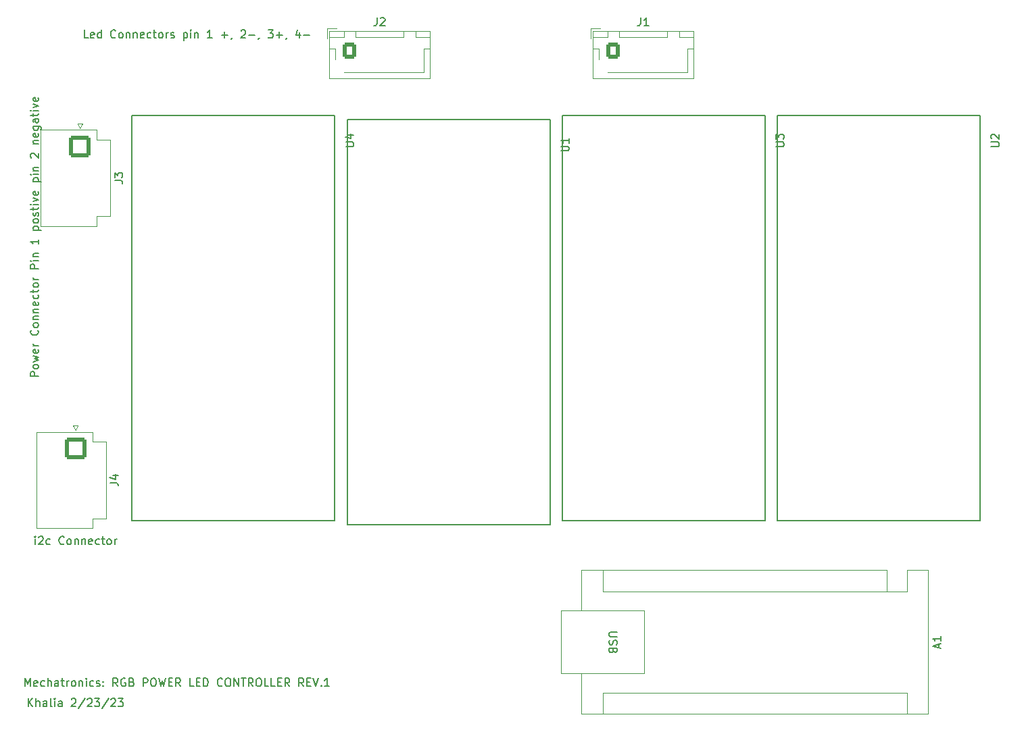
<source format=gto>
%TF.GenerationSoftware,KiCad,Pcbnew,(6.0.11)*%
%TF.CreationDate,2023-02-28T23:19:18-08:00*%
%TF.ProjectId,kiCad_LED_project,6b694361-645f-44c4-9544-5f70726f6a65,rev?*%
%TF.SameCoordinates,Original*%
%TF.FileFunction,Legend,Top*%
%TF.FilePolarity,Positive*%
%FSLAX46Y46*%
G04 Gerber Fmt 4.6, Leading zero omitted, Abs format (unit mm)*
G04 Created by KiCad (PCBNEW (6.0.11)) date 2023-02-28 23:19:18*
%MOMM*%
%LPD*%
G01*
G04 APERTURE LIST*
G04 Aperture macros list*
%AMRoundRect*
0 Rectangle with rounded corners*
0 $1 Rounding radius*
0 $2 $3 $4 $5 $6 $7 $8 $9 X,Y pos of 4 corners*
0 Add a 4 corners polygon primitive as box body*
4,1,4,$2,$3,$4,$5,$6,$7,$8,$9,$2,$3,0*
0 Add four circle primitives for the rounded corners*
1,1,$1+$1,$2,$3*
1,1,$1+$1,$4,$5*
1,1,$1+$1,$6,$7*
1,1,$1+$1,$8,$9*
0 Add four rect primitives between the rounded corners*
20,1,$1+$1,$2,$3,$4,$5,0*
20,1,$1+$1,$4,$5,$6,$7,0*
20,1,$1+$1,$6,$7,$8,$9,0*
20,1,$1+$1,$8,$9,$2,$3,0*%
G04 Aperture macros list end*
%ADD10C,0.150000*%
%ADD11C,0.127000*%
%ADD12C,0.120000*%
%ADD13R,2.390000X2.390000*%
%ADD14C,2.390000*%
%ADD15RoundRect,0.250001X-1.099999X1.099999X-1.099999X-1.099999X1.099999X-1.099999X1.099999X1.099999X0*%
%ADD16C,2.700000*%
%ADD17C,1.200000*%
%ADD18RoundRect,0.250000X-0.600000X-0.725000X0.600000X-0.725000X0.600000X0.725000X-0.600000X0.725000X0*%
%ADD19O,1.700000X1.950000*%
%ADD20R,1.600000X1.600000*%
%ADD21O,1.600000X1.600000*%
G04 APERTURE END LIST*
D10*
X58452380Y-107132380D02*
X58452380Y-106465714D01*
X58452380Y-106132380D02*
X58404761Y-106180000D01*
X58452380Y-106227619D01*
X58500000Y-106180000D01*
X58452380Y-106132380D01*
X58452380Y-106227619D01*
X58880952Y-106227619D02*
X58928571Y-106180000D01*
X59023809Y-106132380D01*
X59261904Y-106132380D01*
X59357142Y-106180000D01*
X59404761Y-106227619D01*
X59452380Y-106322857D01*
X59452380Y-106418095D01*
X59404761Y-106560952D01*
X58833333Y-107132380D01*
X59452380Y-107132380D01*
X60309523Y-107084761D02*
X60214285Y-107132380D01*
X60023809Y-107132380D01*
X59928571Y-107084761D01*
X59880952Y-107037142D01*
X59833333Y-106941904D01*
X59833333Y-106656190D01*
X59880952Y-106560952D01*
X59928571Y-106513333D01*
X60023809Y-106465714D01*
X60214285Y-106465714D01*
X60309523Y-106513333D01*
X62071428Y-107037142D02*
X62023809Y-107084761D01*
X61880952Y-107132380D01*
X61785714Y-107132380D01*
X61642857Y-107084761D01*
X61547619Y-106989523D01*
X61500000Y-106894285D01*
X61452380Y-106703809D01*
X61452380Y-106560952D01*
X61500000Y-106370476D01*
X61547619Y-106275238D01*
X61642857Y-106180000D01*
X61785714Y-106132380D01*
X61880952Y-106132380D01*
X62023809Y-106180000D01*
X62071428Y-106227619D01*
X62642857Y-107132380D02*
X62547619Y-107084761D01*
X62500000Y-107037142D01*
X62452380Y-106941904D01*
X62452380Y-106656190D01*
X62500000Y-106560952D01*
X62547619Y-106513333D01*
X62642857Y-106465714D01*
X62785714Y-106465714D01*
X62880952Y-106513333D01*
X62928571Y-106560952D01*
X62976190Y-106656190D01*
X62976190Y-106941904D01*
X62928571Y-107037142D01*
X62880952Y-107084761D01*
X62785714Y-107132380D01*
X62642857Y-107132380D01*
X63404761Y-106465714D02*
X63404761Y-107132380D01*
X63404761Y-106560952D02*
X63452380Y-106513333D01*
X63547619Y-106465714D01*
X63690476Y-106465714D01*
X63785714Y-106513333D01*
X63833333Y-106608571D01*
X63833333Y-107132380D01*
X64309523Y-106465714D02*
X64309523Y-107132380D01*
X64309523Y-106560952D02*
X64357142Y-106513333D01*
X64452380Y-106465714D01*
X64595238Y-106465714D01*
X64690476Y-106513333D01*
X64738095Y-106608571D01*
X64738095Y-107132380D01*
X65595238Y-107084761D02*
X65500000Y-107132380D01*
X65309523Y-107132380D01*
X65214285Y-107084761D01*
X65166666Y-106989523D01*
X65166666Y-106608571D01*
X65214285Y-106513333D01*
X65309523Y-106465714D01*
X65500000Y-106465714D01*
X65595238Y-106513333D01*
X65642857Y-106608571D01*
X65642857Y-106703809D01*
X65166666Y-106799047D01*
X66500000Y-107084761D02*
X66404761Y-107132380D01*
X66214285Y-107132380D01*
X66119047Y-107084761D01*
X66071428Y-107037142D01*
X66023809Y-106941904D01*
X66023809Y-106656190D01*
X66071428Y-106560952D01*
X66119047Y-106513333D01*
X66214285Y-106465714D01*
X66404761Y-106465714D01*
X66500000Y-106513333D01*
X66785714Y-106465714D02*
X67166666Y-106465714D01*
X66928571Y-106132380D02*
X66928571Y-106989523D01*
X66976190Y-107084761D01*
X67071428Y-107132380D01*
X67166666Y-107132380D01*
X67642857Y-107132380D02*
X67547619Y-107084761D01*
X67500000Y-107037142D01*
X67452380Y-106941904D01*
X67452380Y-106656190D01*
X67500000Y-106560952D01*
X67547619Y-106513333D01*
X67642857Y-106465714D01*
X67785714Y-106465714D01*
X67880952Y-106513333D01*
X67928571Y-106560952D01*
X67976190Y-106656190D01*
X67976190Y-106941904D01*
X67928571Y-107037142D01*
X67880952Y-107084761D01*
X67785714Y-107132380D01*
X67642857Y-107132380D01*
X68404761Y-107132380D02*
X68404761Y-106465714D01*
X68404761Y-106656190D02*
X68452380Y-106560952D01*
X68500000Y-106513333D01*
X68595238Y-106465714D01*
X68690476Y-106465714D01*
X58872380Y-86032380D02*
X57872380Y-86032380D01*
X57872380Y-85651428D01*
X57920000Y-85556190D01*
X57967619Y-85508571D01*
X58062857Y-85460952D01*
X58205714Y-85460952D01*
X58300952Y-85508571D01*
X58348571Y-85556190D01*
X58396190Y-85651428D01*
X58396190Y-86032380D01*
X58872380Y-84889523D02*
X58824761Y-84984761D01*
X58777142Y-85032380D01*
X58681904Y-85080000D01*
X58396190Y-85080000D01*
X58300952Y-85032380D01*
X58253333Y-84984761D01*
X58205714Y-84889523D01*
X58205714Y-84746666D01*
X58253333Y-84651428D01*
X58300952Y-84603809D01*
X58396190Y-84556190D01*
X58681904Y-84556190D01*
X58777142Y-84603809D01*
X58824761Y-84651428D01*
X58872380Y-84746666D01*
X58872380Y-84889523D01*
X58205714Y-84222857D02*
X58872380Y-84032380D01*
X58396190Y-83841904D01*
X58872380Y-83651428D01*
X58205714Y-83460952D01*
X58824761Y-82699047D02*
X58872380Y-82794285D01*
X58872380Y-82984761D01*
X58824761Y-83080000D01*
X58729523Y-83127619D01*
X58348571Y-83127619D01*
X58253333Y-83080000D01*
X58205714Y-82984761D01*
X58205714Y-82794285D01*
X58253333Y-82699047D01*
X58348571Y-82651428D01*
X58443809Y-82651428D01*
X58539047Y-83127619D01*
X58872380Y-82222857D02*
X58205714Y-82222857D01*
X58396190Y-82222857D02*
X58300952Y-82175238D01*
X58253333Y-82127619D01*
X58205714Y-82032380D01*
X58205714Y-81937142D01*
X58777142Y-80270476D02*
X58824761Y-80318095D01*
X58872380Y-80460952D01*
X58872380Y-80556190D01*
X58824761Y-80699047D01*
X58729523Y-80794285D01*
X58634285Y-80841904D01*
X58443809Y-80889523D01*
X58300952Y-80889523D01*
X58110476Y-80841904D01*
X58015238Y-80794285D01*
X57920000Y-80699047D01*
X57872380Y-80556190D01*
X57872380Y-80460952D01*
X57920000Y-80318095D01*
X57967619Y-80270476D01*
X58872380Y-79699047D02*
X58824761Y-79794285D01*
X58777142Y-79841904D01*
X58681904Y-79889523D01*
X58396190Y-79889523D01*
X58300952Y-79841904D01*
X58253333Y-79794285D01*
X58205714Y-79699047D01*
X58205714Y-79556190D01*
X58253333Y-79460952D01*
X58300952Y-79413333D01*
X58396190Y-79365714D01*
X58681904Y-79365714D01*
X58777142Y-79413333D01*
X58824761Y-79460952D01*
X58872380Y-79556190D01*
X58872380Y-79699047D01*
X58205714Y-78937142D02*
X58872380Y-78937142D01*
X58300952Y-78937142D02*
X58253333Y-78889523D01*
X58205714Y-78794285D01*
X58205714Y-78651428D01*
X58253333Y-78556190D01*
X58348571Y-78508571D01*
X58872380Y-78508571D01*
X58205714Y-78032380D02*
X58872380Y-78032380D01*
X58300952Y-78032380D02*
X58253333Y-77984761D01*
X58205714Y-77889523D01*
X58205714Y-77746666D01*
X58253333Y-77651428D01*
X58348571Y-77603809D01*
X58872380Y-77603809D01*
X58824761Y-76746666D02*
X58872380Y-76841904D01*
X58872380Y-77032380D01*
X58824761Y-77127619D01*
X58729523Y-77175238D01*
X58348571Y-77175238D01*
X58253333Y-77127619D01*
X58205714Y-77032380D01*
X58205714Y-76841904D01*
X58253333Y-76746666D01*
X58348571Y-76699047D01*
X58443809Y-76699047D01*
X58539047Y-77175238D01*
X58824761Y-75841904D02*
X58872380Y-75937142D01*
X58872380Y-76127619D01*
X58824761Y-76222857D01*
X58777142Y-76270476D01*
X58681904Y-76318095D01*
X58396190Y-76318095D01*
X58300952Y-76270476D01*
X58253333Y-76222857D01*
X58205714Y-76127619D01*
X58205714Y-75937142D01*
X58253333Y-75841904D01*
X58205714Y-75556190D02*
X58205714Y-75175238D01*
X57872380Y-75413333D02*
X58729523Y-75413333D01*
X58824761Y-75365714D01*
X58872380Y-75270476D01*
X58872380Y-75175238D01*
X58872380Y-74699047D02*
X58824761Y-74794285D01*
X58777142Y-74841904D01*
X58681904Y-74889523D01*
X58396190Y-74889523D01*
X58300952Y-74841904D01*
X58253333Y-74794285D01*
X58205714Y-74699047D01*
X58205714Y-74556190D01*
X58253333Y-74460952D01*
X58300952Y-74413333D01*
X58396190Y-74365714D01*
X58681904Y-74365714D01*
X58777142Y-74413333D01*
X58824761Y-74460952D01*
X58872380Y-74556190D01*
X58872380Y-74699047D01*
X58872380Y-73937142D02*
X58205714Y-73937142D01*
X58396190Y-73937142D02*
X58300952Y-73889523D01*
X58253333Y-73841904D01*
X58205714Y-73746666D01*
X58205714Y-73651428D01*
X58872380Y-72556190D02*
X57872380Y-72556190D01*
X57872380Y-72175238D01*
X57920000Y-72080000D01*
X57967619Y-72032380D01*
X58062857Y-71984761D01*
X58205714Y-71984761D01*
X58300952Y-72032380D01*
X58348571Y-72080000D01*
X58396190Y-72175238D01*
X58396190Y-72556190D01*
X58872380Y-71556190D02*
X58205714Y-71556190D01*
X57872380Y-71556190D02*
X57920000Y-71603809D01*
X57967619Y-71556190D01*
X57920000Y-71508571D01*
X57872380Y-71556190D01*
X57967619Y-71556190D01*
X58205714Y-71080000D02*
X58872380Y-71080000D01*
X58300952Y-71080000D02*
X58253333Y-71032380D01*
X58205714Y-70937142D01*
X58205714Y-70794285D01*
X58253333Y-70699047D01*
X58348571Y-70651428D01*
X58872380Y-70651428D01*
X58872380Y-68889523D02*
X58872380Y-69460952D01*
X58872380Y-69175238D02*
X57872380Y-69175238D01*
X58015238Y-69270476D01*
X58110476Y-69365714D01*
X58158095Y-69460952D01*
X58205714Y-67699047D02*
X59205714Y-67699047D01*
X58253333Y-67699047D02*
X58205714Y-67603809D01*
X58205714Y-67413333D01*
X58253333Y-67318095D01*
X58300952Y-67270476D01*
X58396190Y-67222857D01*
X58681904Y-67222857D01*
X58777142Y-67270476D01*
X58824761Y-67318095D01*
X58872380Y-67413333D01*
X58872380Y-67603809D01*
X58824761Y-67699047D01*
X58872380Y-66651428D02*
X58824761Y-66746666D01*
X58777142Y-66794285D01*
X58681904Y-66841904D01*
X58396190Y-66841904D01*
X58300952Y-66794285D01*
X58253333Y-66746666D01*
X58205714Y-66651428D01*
X58205714Y-66508571D01*
X58253333Y-66413333D01*
X58300952Y-66365714D01*
X58396190Y-66318095D01*
X58681904Y-66318095D01*
X58777142Y-66365714D01*
X58824761Y-66413333D01*
X58872380Y-66508571D01*
X58872380Y-66651428D01*
X58824761Y-65937142D02*
X58872380Y-65841904D01*
X58872380Y-65651428D01*
X58824761Y-65556190D01*
X58729523Y-65508571D01*
X58681904Y-65508571D01*
X58586666Y-65556190D01*
X58539047Y-65651428D01*
X58539047Y-65794285D01*
X58491428Y-65889523D01*
X58396190Y-65937142D01*
X58348571Y-65937142D01*
X58253333Y-65889523D01*
X58205714Y-65794285D01*
X58205714Y-65651428D01*
X58253333Y-65556190D01*
X58205714Y-65222857D02*
X58205714Y-64841904D01*
X57872380Y-65080000D02*
X58729523Y-65080000D01*
X58824761Y-65032380D01*
X58872380Y-64937142D01*
X58872380Y-64841904D01*
X58872380Y-64508571D02*
X58205714Y-64508571D01*
X57872380Y-64508571D02*
X57920000Y-64556190D01*
X57967619Y-64508571D01*
X57920000Y-64460952D01*
X57872380Y-64508571D01*
X57967619Y-64508571D01*
X58205714Y-64127619D02*
X58872380Y-63889523D01*
X58205714Y-63651428D01*
X58824761Y-62889523D02*
X58872380Y-62984761D01*
X58872380Y-63175238D01*
X58824761Y-63270476D01*
X58729523Y-63318095D01*
X58348571Y-63318095D01*
X58253333Y-63270476D01*
X58205714Y-63175238D01*
X58205714Y-62984761D01*
X58253333Y-62889523D01*
X58348571Y-62841904D01*
X58443809Y-62841904D01*
X58539047Y-63318095D01*
X58205714Y-61651428D02*
X59205714Y-61651428D01*
X58253333Y-61651428D02*
X58205714Y-61556190D01*
X58205714Y-61365714D01*
X58253333Y-61270476D01*
X58300952Y-61222857D01*
X58396190Y-61175238D01*
X58681904Y-61175238D01*
X58777142Y-61222857D01*
X58824761Y-61270476D01*
X58872380Y-61365714D01*
X58872380Y-61556190D01*
X58824761Y-61651428D01*
X58872380Y-60746666D02*
X58205714Y-60746666D01*
X57872380Y-60746666D02*
X57920000Y-60794285D01*
X57967619Y-60746666D01*
X57920000Y-60699047D01*
X57872380Y-60746666D01*
X57967619Y-60746666D01*
X58205714Y-60270476D02*
X58872380Y-60270476D01*
X58300952Y-60270476D02*
X58253333Y-60222857D01*
X58205714Y-60127619D01*
X58205714Y-59984761D01*
X58253333Y-59889523D01*
X58348571Y-59841904D01*
X58872380Y-59841904D01*
X57967619Y-58651428D02*
X57920000Y-58603809D01*
X57872380Y-58508571D01*
X57872380Y-58270476D01*
X57920000Y-58175238D01*
X57967619Y-58127619D01*
X58062857Y-58080000D01*
X58158095Y-58080000D01*
X58300952Y-58127619D01*
X58872380Y-58699047D01*
X58872380Y-58080000D01*
X58205714Y-56889523D02*
X58872380Y-56889523D01*
X58300952Y-56889523D02*
X58253333Y-56841904D01*
X58205714Y-56746666D01*
X58205714Y-56603809D01*
X58253333Y-56508571D01*
X58348571Y-56460952D01*
X58872380Y-56460952D01*
X58824761Y-55603809D02*
X58872380Y-55699047D01*
X58872380Y-55889523D01*
X58824761Y-55984761D01*
X58729523Y-56032380D01*
X58348571Y-56032380D01*
X58253333Y-55984761D01*
X58205714Y-55889523D01*
X58205714Y-55699047D01*
X58253333Y-55603809D01*
X58348571Y-55556190D01*
X58443809Y-55556190D01*
X58539047Y-56032380D01*
X58205714Y-54699047D02*
X59015238Y-54699047D01*
X59110476Y-54746666D01*
X59158095Y-54794285D01*
X59205714Y-54889523D01*
X59205714Y-55032380D01*
X59158095Y-55127619D01*
X58824761Y-54699047D02*
X58872380Y-54794285D01*
X58872380Y-54984761D01*
X58824761Y-55080000D01*
X58777142Y-55127619D01*
X58681904Y-55175238D01*
X58396190Y-55175238D01*
X58300952Y-55127619D01*
X58253333Y-55080000D01*
X58205714Y-54984761D01*
X58205714Y-54794285D01*
X58253333Y-54699047D01*
X58872380Y-53794285D02*
X58348571Y-53794285D01*
X58253333Y-53841904D01*
X58205714Y-53937142D01*
X58205714Y-54127619D01*
X58253333Y-54222857D01*
X58824761Y-53794285D02*
X58872380Y-53889523D01*
X58872380Y-54127619D01*
X58824761Y-54222857D01*
X58729523Y-54270476D01*
X58634285Y-54270476D01*
X58539047Y-54222857D01*
X58491428Y-54127619D01*
X58491428Y-53889523D01*
X58443809Y-53794285D01*
X58205714Y-53460952D02*
X58205714Y-53080000D01*
X57872380Y-53318095D02*
X58729523Y-53318095D01*
X58824761Y-53270476D01*
X58872380Y-53175238D01*
X58872380Y-53080000D01*
X58872380Y-52746666D02*
X58205714Y-52746666D01*
X57872380Y-52746666D02*
X57920000Y-52794285D01*
X57967619Y-52746666D01*
X57920000Y-52699047D01*
X57872380Y-52746666D01*
X57967619Y-52746666D01*
X58205714Y-52365714D02*
X58872380Y-52127619D01*
X58205714Y-51889523D01*
X58824761Y-51127619D02*
X58872380Y-51222857D01*
X58872380Y-51413333D01*
X58824761Y-51508571D01*
X58729523Y-51556190D01*
X58348571Y-51556190D01*
X58253333Y-51508571D01*
X58205714Y-51413333D01*
X58205714Y-51222857D01*
X58253333Y-51127619D01*
X58348571Y-51080000D01*
X58443809Y-51080000D01*
X58539047Y-51556190D01*
X65097142Y-43632380D02*
X64620952Y-43632380D01*
X64620952Y-42632380D01*
X65811428Y-43584761D02*
X65716190Y-43632380D01*
X65525714Y-43632380D01*
X65430476Y-43584761D01*
X65382857Y-43489523D01*
X65382857Y-43108571D01*
X65430476Y-43013333D01*
X65525714Y-42965714D01*
X65716190Y-42965714D01*
X65811428Y-43013333D01*
X65859047Y-43108571D01*
X65859047Y-43203809D01*
X65382857Y-43299047D01*
X66716190Y-43632380D02*
X66716190Y-42632380D01*
X66716190Y-43584761D02*
X66620952Y-43632380D01*
X66430476Y-43632380D01*
X66335238Y-43584761D01*
X66287619Y-43537142D01*
X66240000Y-43441904D01*
X66240000Y-43156190D01*
X66287619Y-43060952D01*
X66335238Y-43013333D01*
X66430476Y-42965714D01*
X66620952Y-42965714D01*
X66716190Y-43013333D01*
X68525714Y-43537142D02*
X68478095Y-43584761D01*
X68335238Y-43632380D01*
X68240000Y-43632380D01*
X68097142Y-43584761D01*
X68001904Y-43489523D01*
X67954285Y-43394285D01*
X67906666Y-43203809D01*
X67906666Y-43060952D01*
X67954285Y-42870476D01*
X68001904Y-42775238D01*
X68097142Y-42680000D01*
X68240000Y-42632380D01*
X68335238Y-42632380D01*
X68478095Y-42680000D01*
X68525714Y-42727619D01*
X69097142Y-43632380D02*
X69001904Y-43584761D01*
X68954285Y-43537142D01*
X68906666Y-43441904D01*
X68906666Y-43156190D01*
X68954285Y-43060952D01*
X69001904Y-43013333D01*
X69097142Y-42965714D01*
X69240000Y-42965714D01*
X69335238Y-43013333D01*
X69382857Y-43060952D01*
X69430476Y-43156190D01*
X69430476Y-43441904D01*
X69382857Y-43537142D01*
X69335238Y-43584761D01*
X69240000Y-43632380D01*
X69097142Y-43632380D01*
X69859047Y-42965714D02*
X69859047Y-43632380D01*
X69859047Y-43060952D02*
X69906666Y-43013333D01*
X70001904Y-42965714D01*
X70144761Y-42965714D01*
X70240000Y-43013333D01*
X70287619Y-43108571D01*
X70287619Y-43632380D01*
X70763809Y-42965714D02*
X70763809Y-43632380D01*
X70763809Y-43060952D02*
X70811428Y-43013333D01*
X70906666Y-42965714D01*
X71049523Y-42965714D01*
X71144761Y-43013333D01*
X71192380Y-43108571D01*
X71192380Y-43632380D01*
X72049523Y-43584761D02*
X71954285Y-43632380D01*
X71763809Y-43632380D01*
X71668571Y-43584761D01*
X71620952Y-43489523D01*
X71620952Y-43108571D01*
X71668571Y-43013333D01*
X71763809Y-42965714D01*
X71954285Y-42965714D01*
X72049523Y-43013333D01*
X72097142Y-43108571D01*
X72097142Y-43203809D01*
X71620952Y-43299047D01*
X72954285Y-43584761D02*
X72859047Y-43632380D01*
X72668571Y-43632380D01*
X72573333Y-43584761D01*
X72525714Y-43537142D01*
X72478095Y-43441904D01*
X72478095Y-43156190D01*
X72525714Y-43060952D01*
X72573333Y-43013333D01*
X72668571Y-42965714D01*
X72859047Y-42965714D01*
X72954285Y-43013333D01*
X73240000Y-42965714D02*
X73620952Y-42965714D01*
X73382857Y-42632380D02*
X73382857Y-43489523D01*
X73430476Y-43584761D01*
X73525714Y-43632380D01*
X73620952Y-43632380D01*
X74097142Y-43632380D02*
X74001904Y-43584761D01*
X73954285Y-43537142D01*
X73906666Y-43441904D01*
X73906666Y-43156190D01*
X73954285Y-43060952D01*
X74001904Y-43013333D01*
X74097142Y-42965714D01*
X74240000Y-42965714D01*
X74335238Y-43013333D01*
X74382857Y-43060952D01*
X74430476Y-43156190D01*
X74430476Y-43441904D01*
X74382857Y-43537142D01*
X74335238Y-43584761D01*
X74240000Y-43632380D01*
X74097142Y-43632380D01*
X74859047Y-43632380D02*
X74859047Y-42965714D01*
X74859047Y-43156190D02*
X74906666Y-43060952D01*
X74954285Y-43013333D01*
X75049523Y-42965714D01*
X75144761Y-42965714D01*
X75430476Y-43584761D02*
X75525714Y-43632380D01*
X75716190Y-43632380D01*
X75811428Y-43584761D01*
X75859047Y-43489523D01*
X75859047Y-43441904D01*
X75811428Y-43346666D01*
X75716190Y-43299047D01*
X75573333Y-43299047D01*
X75478095Y-43251428D01*
X75430476Y-43156190D01*
X75430476Y-43108571D01*
X75478095Y-43013333D01*
X75573333Y-42965714D01*
X75716190Y-42965714D01*
X75811428Y-43013333D01*
X77049523Y-42965714D02*
X77049523Y-43965714D01*
X77049523Y-43013333D02*
X77144761Y-42965714D01*
X77335238Y-42965714D01*
X77430476Y-43013333D01*
X77478095Y-43060952D01*
X77525714Y-43156190D01*
X77525714Y-43441904D01*
X77478095Y-43537142D01*
X77430476Y-43584761D01*
X77335238Y-43632380D01*
X77144761Y-43632380D01*
X77049523Y-43584761D01*
X77954285Y-43632380D02*
X77954285Y-42965714D01*
X77954285Y-42632380D02*
X77906666Y-42680000D01*
X77954285Y-42727619D01*
X78001904Y-42680000D01*
X77954285Y-42632380D01*
X77954285Y-42727619D01*
X78430476Y-42965714D02*
X78430476Y-43632380D01*
X78430476Y-43060952D02*
X78478095Y-43013333D01*
X78573333Y-42965714D01*
X78716190Y-42965714D01*
X78811428Y-43013333D01*
X78859047Y-43108571D01*
X78859047Y-43632380D01*
X80620952Y-43632380D02*
X80049523Y-43632380D01*
X80335238Y-43632380D02*
X80335238Y-42632380D01*
X80240000Y-42775238D01*
X80144761Y-42870476D01*
X80049523Y-42918095D01*
X81811428Y-43251428D02*
X82573333Y-43251428D01*
X82192380Y-43632380D02*
X82192380Y-42870476D01*
X83097142Y-43584761D02*
X83097142Y-43632380D01*
X83049523Y-43727619D01*
X83001904Y-43775238D01*
X84240000Y-42727619D02*
X84287619Y-42680000D01*
X84382857Y-42632380D01*
X84620952Y-42632380D01*
X84716190Y-42680000D01*
X84763809Y-42727619D01*
X84811428Y-42822857D01*
X84811428Y-42918095D01*
X84763809Y-43060952D01*
X84192380Y-43632380D01*
X84811428Y-43632380D01*
X85240000Y-43251428D02*
X86001904Y-43251428D01*
X86525714Y-43584761D02*
X86525714Y-43632380D01*
X86478095Y-43727619D01*
X86430476Y-43775238D01*
X87620952Y-42632380D02*
X88240000Y-42632380D01*
X87906666Y-43013333D01*
X88049523Y-43013333D01*
X88144761Y-43060952D01*
X88192380Y-43108571D01*
X88240000Y-43203809D01*
X88240000Y-43441904D01*
X88192380Y-43537142D01*
X88144761Y-43584761D01*
X88049523Y-43632380D01*
X87763809Y-43632380D01*
X87668571Y-43584761D01*
X87620952Y-43537142D01*
X88668571Y-43251428D02*
X89430476Y-43251428D01*
X89049523Y-43632380D02*
X89049523Y-42870476D01*
X89954285Y-43584761D02*
X89954285Y-43632380D01*
X89906666Y-43727619D01*
X89859047Y-43775238D01*
X91573333Y-42965714D02*
X91573333Y-43632380D01*
X91335238Y-42584761D02*
X91097142Y-43299047D01*
X91716190Y-43299047D01*
X92097142Y-43251428D02*
X92859047Y-43251428D01*
X57176190Y-124912380D02*
X57176190Y-123912380D01*
X57509523Y-124626666D01*
X57842857Y-123912380D01*
X57842857Y-124912380D01*
X58700000Y-124864761D02*
X58604761Y-124912380D01*
X58414285Y-124912380D01*
X58319047Y-124864761D01*
X58271428Y-124769523D01*
X58271428Y-124388571D01*
X58319047Y-124293333D01*
X58414285Y-124245714D01*
X58604761Y-124245714D01*
X58700000Y-124293333D01*
X58747619Y-124388571D01*
X58747619Y-124483809D01*
X58271428Y-124579047D01*
X59604761Y-124864761D02*
X59509523Y-124912380D01*
X59319047Y-124912380D01*
X59223809Y-124864761D01*
X59176190Y-124817142D01*
X59128571Y-124721904D01*
X59128571Y-124436190D01*
X59176190Y-124340952D01*
X59223809Y-124293333D01*
X59319047Y-124245714D01*
X59509523Y-124245714D01*
X59604761Y-124293333D01*
X60033333Y-124912380D02*
X60033333Y-123912380D01*
X60461904Y-124912380D02*
X60461904Y-124388571D01*
X60414285Y-124293333D01*
X60319047Y-124245714D01*
X60176190Y-124245714D01*
X60080952Y-124293333D01*
X60033333Y-124340952D01*
X61366666Y-124912380D02*
X61366666Y-124388571D01*
X61319047Y-124293333D01*
X61223809Y-124245714D01*
X61033333Y-124245714D01*
X60938095Y-124293333D01*
X61366666Y-124864761D02*
X61271428Y-124912380D01*
X61033333Y-124912380D01*
X60938095Y-124864761D01*
X60890476Y-124769523D01*
X60890476Y-124674285D01*
X60938095Y-124579047D01*
X61033333Y-124531428D01*
X61271428Y-124531428D01*
X61366666Y-124483809D01*
X61700000Y-124245714D02*
X62080952Y-124245714D01*
X61842857Y-123912380D02*
X61842857Y-124769523D01*
X61890476Y-124864761D01*
X61985714Y-124912380D01*
X62080952Y-124912380D01*
X62414285Y-124912380D02*
X62414285Y-124245714D01*
X62414285Y-124436190D02*
X62461904Y-124340952D01*
X62509523Y-124293333D01*
X62604761Y-124245714D01*
X62700000Y-124245714D01*
X63176190Y-124912380D02*
X63080952Y-124864761D01*
X63033333Y-124817142D01*
X62985714Y-124721904D01*
X62985714Y-124436190D01*
X63033333Y-124340952D01*
X63080952Y-124293333D01*
X63176190Y-124245714D01*
X63319047Y-124245714D01*
X63414285Y-124293333D01*
X63461904Y-124340952D01*
X63509523Y-124436190D01*
X63509523Y-124721904D01*
X63461904Y-124817142D01*
X63414285Y-124864761D01*
X63319047Y-124912380D01*
X63176190Y-124912380D01*
X63938095Y-124245714D02*
X63938095Y-124912380D01*
X63938095Y-124340952D02*
X63985714Y-124293333D01*
X64080952Y-124245714D01*
X64223809Y-124245714D01*
X64319047Y-124293333D01*
X64366666Y-124388571D01*
X64366666Y-124912380D01*
X64842857Y-124912380D02*
X64842857Y-124245714D01*
X64842857Y-123912380D02*
X64795238Y-123960000D01*
X64842857Y-124007619D01*
X64890476Y-123960000D01*
X64842857Y-123912380D01*
X64842857Y-124007619D01*
X65747619Y-124864761D02*
X65652380Y-124912380D01*
X65461904Y-124912380D01*
X65366666Y-124864761D01*
X65319047Y-124817142D01*
X65271428Y-124721904D01*
X65271428Y-124436190D01*
X65319047Y-124340952D01*
X65366666Y-124293333D01*
X65461904Y-124245714D01*
X65652380Y-124245714D01*
X65747619Y-124293333D01*
X66128571Y-124864761D02*
X66223809Y-124912380D01*
X66414285Y-124912380D01*
X66509523Y-124864761D01*
X66557142Y-124769523D01*
X66557142Y-124721904D01*
X66509523Y-124626666D01*
X66414285Y-124579047D01*
X66271428Y-124579047D01*
X66176190Y-124531428D01*
X66128571Y-124436190D01*
X66128571Y-124388571D01*
X66176190Y-124293333D01*
X66271428Y-124245714D01*
X66414285Y-124245714D01*
X66509523Y-124293333D01*
X66985714Y-124817142D02*
X67033333Y-124864761D01*
X66985714Y-124912380D01*
X66938095Y-124864761D01*
X66985714Y-124817142D01*
X66985714Y-124912380D01*
X66985714Y-124293333D02*
X67033333Y-124340952D01*
X66985714Y-124388571D01*
X66938095Y-124340952D01*
X66985714Y-124293333D01*
X66985714Y-124388571D01*
X68795238Y-124912380D02*
X68461904Y-124436190D01*
X68223809Y-124912380D02*
X68223809Y-123912380D01*
X68604761Y-123912380D01*
X68700000Y-123960000D01*
X68747619Y-124007619D01*
X68795238Y-124102857D01*
X68795238Y-124245714D01*
X68747619Y-124340952D01*
X68700000Y-124388571D01*
X68604761Y-124436190D01*
X68223809Y-124436190D01*
X69747619Y-123960000D02*
X69652380Y-123912380D01*
X69509523Y-123912380D01*
X69366666Y-123960000D01*
X69271428Y-124055238D01*
X69223809Y-124150476D01*
X69176190Y-124340952D01*
X69176190Y-124483809D01*
X69223809Y-124674285D01*
X69271428Y-124769523D01*
X69366666Y-124864761D01*
X69509523Y-124912380D01*
X69604761Y-124912380D01*
X69747619Y-124864761D01*
X69795238Y-124817142D01*
X69795238Y-124483809D01*
X69604761Y-124483809D01*
X70557142Y-124388571D02*
X70700000Y-124436190D01*
X70747619Y-124483809D01*
X70795238Y-124579047D01*
X70795238Y-124721904D01*
X70747619Y-124817142D01*
X70700000Y-124864761D01*
X70604761Y-124912380D01*
X70223809Y-124912380D01*
X70223809Y-123912380D01*
X70557142Y-123912380D01*
X70652380Y-123960000D01*
X70700000Y-124007619D01*
X70747619Y-124102857D01*
X70747619Y-124198095D01*
X70700000Y-124293333D01*
X70652380Y-124340952D01*
X70557142Y-124388571D01*
X70223809Y-124388571D01*
X71985714Y-124912380D02*
X71985714Y-123912380D01*
X72366666Y-123912380D01*
X72461904Y-123960000D01*
X72509523Y-124007619D01*
X72557142Y-124102857D01*
X72557142Y-124245714D01*
X72509523Y-124340952D01*
X72461904Y-124388571D01*
X72366666Y-124436190D01*
X71985714Y-124436190D01*
X73176190Y-123912380D02*
X73366666Y-123912380D01*
X73461904Y-123960000D01*
X73557142Y-124055238D01*
X73604761Y-124245714D01*
X73604761Y-124579047D01*
X73557142Y-124769523D01*
X73461904Y-124864761D01*
X73366666Y-124912380D01*
X73176190Y-124912380D01*
X73080952Y-124864761D01*
X72985714Y-124769523D01*
X72938095Y-124579047D01*
X72938095Y-124245714D01*
X72985714Y-124055238D01*
X73080952Y-123960000D01*
X73176190Y-123912380D01*
X73938095Y-123912380D02*
X74176190Y-124912380D01*
X74366666Y-124198095D01*
X74557142Y-124912380D01*
X74795238Y-123912380D01*
X75176190Y-124388571D02*
X75509523Y-124388571D01*
X75652380Y-124912380D02*
X75176190Y-124912380D01*
X75176190Y-123912380D01*
X75652380Y-123912380D01*
X76652380Y-124912380D02*
X76319047Y-124436190D01*
X76080952Y-124912380D02*
X76080952Y-123912380D01*
X76461904Y-123912380D01*
X76557142Y-123960000D01*
X76604761Y-124007619D01*
X76652380Y-124102857D01*
X76652380Y-124245714D01*
X76604761Y-124340952D01*
X76557142Y-124388571D01*
X76461904Y-124436190D01*
X76080952Y-124436190D01*
X78319047Y-124912380D02*
X77842857Y-124912380D01*
X77842857Y-123912380D01*
X78652380Y-124388571D02*
X78985714Y-124388571D01*
X79128571Y-124912380D02*
X78652380Y-124912380D01*
X78652380Y-123912380D01*
X79128571Y-123912380D01*
X79557142Y-124912380D02*
X79557142Y-123912380D01*
X79795238Y-123912380D01*
X79938095Y-123960000D01*
X80033333Y-124055238D01*
X80080952Y-124150476D01*
X80128571Y-124340952D01*
X80128571Y-124483809D01*
X80080952Y-124674285D01*
X80033333Y-124769523D01*
X79938095Y-124864761D01*
X79795238Y-124912380D01*
X79557142Y-124912380D01*
X81890476Y-124817142D02*
X81842857Y-124864761D01*
X81700000Y-124912380D01*
X81604761Y-124912380D01*
X81461904Y-124864761D01*
X81366666Y-124769523D01*
X81319047Y-124674285D01*
X81271428Y-124483809D01*
X81271428Y-124340952D01*
X81319047Y-124150476D01*
X81366666Y-124055238D01*
X81461904Y-123960000D01*
X81604761Y-123912380D01*
X81700000Y-123912380D01*
X81842857Y-123960000D01*
X81890476Y-124007619D01*
X82509523Y-123912380D02*
X82700000Y-123912380D01*
X82795238Y-123960000D01*
X82890476Y-124055238D01*
X82938095Y-124245714D01*
X82938095Y-124579047D01*
X82890476Y-124769523D01*
X82795238Y-124864761D01*
X82700000Y-124912380D01*
X82509523Y-124912380D01*
X82414285Y-124864761D01*
X82319047Y-124769523D01*
X82271428Y-124579047D01*
X82271428Y-124245714D01*
X82319047Y-124055238D01*
X82414285Y-123960000D01*
X82509523Y-123912380D01*
X83366666Y-124912380D02*
X83366666Y-123912380D01*
X83938095Y-124912380D01*
X83938095Y-123912380D01*
X84271428Y-123912380D02*
X84842857Y-123912380D01*
X84557142Y-124912380D02*
X84557142Y-123912380D01*
X85747619Y-124912380D02*
X85414285Y-124436190D01*
X85176190Y-124912380D02*
X85176190Y-123912380D01*
X85557142Y-123912380D01*
X85652380Y-123960000D01*
X85700000Y-124007619D01*
X85747619Y-124102857D01*
X85747619Y-124245714D01*
X85700000Y-124340952D01*
X85652380Y-124388571D01*
X85557142Y-124436190D01*
X85176190Y-124436190D01*
X86366666Y-123912380D02*
X86557142Y-123912380D01*
X86652380Y-123960000D01*
X86747619Y-124055238D01*
X86795238Y-124245714D01*
X86795238Y-124579047D01*
X86747619Y-124769523D01*
X86652380Y-124864761D01*
X86557142Y-124912380D01*
X86366666Y-124912380D01*
X86271428Y-124864761D01*
X86176190Y-124769523D01*
X86128571Y-124579047D01*
X86128571Y-124245714D01*
X86176190Y-124055238D01*
X86271428Y-123960000D01*
X86366666Y-123912380D01*
X87700000Y-124912380D02*
X87223809Y-124912380D01*
X87223809Y-123912380D01*
X88509523Y-124912380D02*
X88033333Y-124912380D01*
X88033333Y-123912380D01*
X88842857Y-124388571D02*
X89176190Y-124388571D01*
X89319047Y-124912380D02*
X88842857Y-124912380D01*
X88842857Y-123912380D01*
X89319047Y-123912380D01*
X90319047Y-124912380D02*
X89985714Y-124436190D01*
X89747619Y-124912380D02*
X89747619Y-123912380D01*
X90128571Y-123912380D01*
X90223809Y-123960000D01*
X90271428Y-124007619D01*
X90319047Y-124102857D01*
X90319047Y-124245714D01*
X90271428Y-124340952D01*
X90223809Y-124388571D01*
X90128571Y-124436190D01*
X89747619Y-124436190D01*
X92080952Y-124912380D02*
X91747619Y-124436190D01*
X91509523Y-124912380D02*
X91509523Y-123912380D01*
X91890476Y-123912380D01*
X91985714Y-123960000D01*
X92033333Y-124007619D01*
X92080952Y-124102857D01*
X92080952Y-124245714D01*
X92033333Y-124340952D01*
X91985714Y-124388571D01*
X91890476Y-124436190D01*
X91509523Y-124436190D01*
X92509523Y-124388571D02*
X92842857Y-124388571D01*
X92985714Y-124912380D02*
X92509523Y-124912380D01*
X92509523Y-123912380D01*
X92985714Y-123912380D01*
X93271428Y-123912380D02*
X93604761Y-124912380D01*
X93938095Y-123912380D01*
X94271428Y-124817142D02*
X94319047Y-124864761D01*
X94271428Y-124912380D01*
X94223809Y-124864761D01*
X94271428Y-124817142D01*
X94271428Y-124912380D01*
X95271428Y-124912380D02*
X94700000Y-124912380D01*
X94985714Y-124912380D02*
X94985714Y-123912380D01*
X94890476Y-124055238D01*
X94795238Y-124150476D01*
X94700000Y-124198095D01*
X57571428Y-127452380D02*
X57571428Y-126452380D01*
X58142857Y-127452380D02*
X57714285Y-126880952D01*
X58142857Y-126452380D02*
X57571428Y-127023809D01*
X58571428Y-127452380D02*
X58571428Y-126452380D01*
X59000000Y-127452380D02*
X59000000Y-126928571D01*
X58952380Y-126833333D01*
X58857142Y-126785714D01*
X58714285Y-126785714D01*
X58619047Y-126833333D01*
X58571428Y-126880952D01*
X59904761Y-127452380D02*
X59904761Y-126928571D01*
X59857142Y-126833333D01*
X59761904Y-126785714D01*
X59571428Y-126785714D01*
X59476190Y-126833333D01*
X59904761Y-127404761D02*
X59809523Y-127452380D01*
X59571428Y-127452380D01*
X59476190Y-127404761D01*
X59428571Y-127309523D01*
X59428571Y-127214285D01*
X59476190Y-127119047D01*
X59571428Y-127071428D01*
X59809523Y-127071428D01*
X59904761Y-127023809D01*
X60523809Y-127452380D02*
X60428571Y-127404761D01*
X60380952Y-127309523D01*
X60380952Y-126452380D01*
X60904761Y-127452380D02*
X60904761Y-126785714D01*
X60904761Y-126452380D02*
X60857142Y-126500000D01*
X60904761Y-126547619D01*
X60952380Y-126500000D01*
X60904761Y-126452380D01*
X60904761Y-126547619D01*
X61809523Y-127452380D02*
X61809523Y-126928571D01*
X61761904Y-126833333D01*
X61666666Y-126785714D01*
X61476190Y-126785714D01*
X61380952Y-126833333D01*
X61809523Y-127404761D02*
X61714285Y-127452380D01*
X61476190Y-127452380D01*
X61380952Y-127404761D01*
X61333333Y-127309523D01*
X61333333Y-127214285D01*
X61380952Y-127119047D01*
X61476190Y-127071428D01*
X61714285Y-127071428D01*
X61809523Y-127023809D01*
X63000000Y-126547619D02*
X63047619Y-126500000D01*
X63142857Y-126452380D01*
X63380952Y-126452380D01*
X63476190Y-126500000D01*
X63523809Y-126547619D01*
X63571428Y-126642857D01*
X63571428Y-126738095D01*
X63523809Y-126880952D01*
X62952380Y-127452380D01*
X63571428Y-127452380D01*
X64714285Y-126404761D02*
X63857142Y-127690476D01*
X65000000Y-126547619D02*
X65047619Y-126500000D01*
X65142857Y-126452380D01*
X65380952Y-126452380D01*
X65476190Y-126500000D01*
X65523809Y-126547619D01*
X65571428Y-126642857D01*
X65571428Y-126738095D01*
X65523809Y-126880952D01*
X64952380Y-127452380D01*
X65571428Y-127452380D01*
X65904761Y-126452380D02*
X66523809Y-126452380D01*
X66190476Y-126833333D01*
X66333333Y-126833333D01*
X66428571Y-126880952D01*
X66476190Y-126928571D01*
X66523809Y-127023809D01*
X66523809Y-127261904D01*
X66476190Y-127357142D01*
X66428571Y-127404761D01*
X66333333Y-127452380D01*
X66047619Y-127452380D01*
X65952380Y-127404761D01*
X65904761Y-127357142D01*
X67666666Y-126404761D02*
X66809523Y-127690476D01*
X67952380Y-126547619D02*
X68000000Y-126500000D01*
X68095238Y-126452380D01*
X68333333Y-126452380D01*
X68428571Y-126500000D01*
X68476190Y-126547619D01*
X68523809Y-126642857D01*
X68523809Y-126738095D01*
X68476190Y-126880952D01*
X67904761Y-127452380D01*
X68523809Y-127452380D01*
X68857142Y-126452380D02*
X69476190Y-126452380D01*
X69142857Y-126833333D01*
X69285714Y-126833333D01*
X69380952Y-126880952D01*
X69428571Y-126928571D01*
X69476190Y-127023809D01*
X69476190Y-127261904D01*
X69428571Y-127357142D01*
X69380952Y-127404761D01*
X69285714Y-127452380D01*
X69000000Y-127452380D01*
X68904761Y-127404761D01*
X68857142Y-127357142D01*
%TO.C,U1*%
X124305335Y-57781779D02*
X125116293Y-57781779D01*
X125211700Y-57734076D01*
X125259404Y-57686373D01*
X125307107Y-57590966D01*
X125307107Y-57400152D01*
X125259404Y-57304745D01*
X125211700Y-57257042D01*
X125116293Y-57209338D01*
X124305335Y-57209338D01*
X125307107Y-56207566D02*
X125307107Y-56780007D01*
X125307107Y-56493787D02*
X124305335Y-56493787D01*
X124448445Y-56589194D01*
X124543852Y-56684601D01*
X124591556Y-56780007D01*
%TO.C,J3*%
X68402380Y-61515833D02*
X69116666Y-61515833D01*
X69259523Y-61563452D01*
X69354761Y-61658690D01*
X69402380Y-61801547D01*
X69402380Y-61896785D01*
X68402380Y-61134880D02*
X68402380Y-60515833D01*
X68783333Y-60849166D01*
X68783333Y-60706309D01*
X68830952Y-60611071D01*
X68878571Y-60563452D01*
X68973809Y-60515833D01*
X69211904Y-60515833D01*
X69307142Y-60563452D01*
X69354761Y-60611071D01*
X69402380Y-60706309D01*
X69402380Y-60992023D01*
X69354761Y-61087261D01*
X69307142Y-61134880D01*
%TO.C,U4*%
X97355335Y-57256779D02*
X98166293Y-57256779D01*
X98261700Y-57209076D01*
X98309404Y-57161373D01*
X98357107Y-57065966D01*
X98357107Y-56875152D01*
X98309404Y-56779745D01*
X98261700Y-56732042D01*
X98166293Y-56684338D01*
X97355335Y-56684338D01*
X97689259Y-55777973D02*
X98357107Y-55777973D01*
X97307632Y-56016490D02*
X98023183Y-56255007D01*
X98023183Y-55634863D01*
%TO.C,J2*%
X101266666Y-41097380D02*
X101266666Y-41811666D01*
X101219047Y-41954523D01*
X101123809Y-42049761D01*
X100980952Y-42097380D01*
X100885714Y-42097380D01*
X101695238Y-41192619D02*
X101742857Y-41145000D01*
X101838095Y-41097380D01*
X102076190Y-41097380D01*
X102171428Y-41145000D01*
X102219047Y-41192619D01*
X102266666Y-41287857D01*
X102266666Y-41383095D01*
X102219047Y-41525952D01*
X101647619Y-42097380D01*
X102266666Y-42097380D01*
%TO.C,U2*%
X178187835Y-57256779D02*
X178998793Y-57256779D01*
X179094200Y-57209076D01*
X179141904Y-57161373D01*
X179189607Y-57065966D01*
X179189607Y-56875152D01*
X179141904Y-56779745D01*
X179094200Y-56732042D01*
X178998793Y-56684338D01*
X178187835Y-56684338D01*
X178283242Y-56255007D02*
X178235539Y-56207304D01*
X178187835Y-56111897D01*
X178187835Y-55873380D01*
X178235539Y-55777973D01*
X178283242Y-55730270D01*
X178378649Y-55682566D01*
X178474056Y-55682566D01*
X178617166Y-55730270D01*
X179189607Y-56302711D01*
X179189607Y-55682566D01*
%TO.C,J4*%
X67852380Y-99393333D02*
X68566666Y-99393333D01*
X68709523Y-99440952D01*
X68804761Y-99536190D01*
X68852380Y-99679047D01*
X68852380Y-99774285D01*
X68185714Y-98488571D02*
X68852380Y-98488571D01*
X67804761Y-98726666D02*
X68519047Y-98964761D01*
X68519047Y-98345714D01*
%TO.C,J1*%
X134286666Y-41097380D02*
X134286666Y-41811666D01*
X134239047Y-41954523D01*
X134143809Y-42049761D01*
X134000952Y-42097380D01*
X133905714Y-42097380D01*
X135286666Y-42097380D02*
X134715238Y-42097380D01*
X135000952Y-42097380D02*
X135000952Y-41097380D01*
X134905714Y-41240238D01*
X134810476Y-41335476D01*
X134715238Y-41383095D01*
%TO.C,U3*%
X151237835Y-57256779D02*
X152048793Y-57256779D01*
X152144200Y-57209076D01*
X152191904Y-57161373D01*
X152239607Y-57065966D01*
X152239607Y-56875152D01*
X152191904Y-56779745D01*
X152144200Y-56732042D01*
X152048793Y-56684338D01*
X151237835Y-56684338D01*
X151237835Y-56302711D02*
X151237835Y-55682566D01*
X151619463Y-56016490D01*
X151619463Y-55873380D01*
X151667166Y-55777973D01*
X151714869Y-55730270D01*
X151810276Y-55682566D01*
X152048793Y-55682566D01*
X152144200Y-55730270D01*
X152191904Y-55777973D01*
X152239607Y-55873380D01*
X152239607Y-56159601D01*
X152191904Y-56255007D01*
X152144200Y-56302711D01*
%TO.C,A1*%
X171606666Y-120094285D02*
X171606666Y-119618095D01*
X171892380Y-120189523D02*
X170892380Y-119856190D01*
X171892380Y-119522857D01*
X171892380Y-118665714D02*
X171892380Y-119237142D01*
X171892380Y-118951428D02*
X170892380Y-118951428D01*
X171035238Y-119046666D01*
X171130476Y-119141904D01*
X171178095Y-119237142D01*
X131347619Y-118118095D02*
X130538095Y-118118095D01*
X130442857Y-118165714D01*
X130395238Y-118213333D01*
X130347619Y-118308571D01*
X130347619Y-118499047D01*
X130395238Y-118594285D01*
X130442857Y-118641904D01*
X130538095Y-118689523D01*
X131347619Y-118689523D01*
X130395238Y-119118095D02*
X130347619Y-119260952D01*
X130347619Y-119499047D01*
X130395238Y-119594285D01*
X130442857Y-119641904D01*
X130538095Y-119689523D01*
X130633333Y-119689523D01*
X130728571Y-119641904D01*
X130776190Y-119594285D01*
X130823809Y-119499047D01*
X130871428Y-119308571D01*
X130919047Y-119213333D01*
X130966666Y-119165714D01*
X131061904Y-119118095D01*
X131157142Y-119118095D01*
X131252380Y-119165714D01*
X131300000Y-119213333D01*
X131347619Y-119308571D01*
X131347619Y-119546666D01*
X131300000Y-119689523D01*
X130871428Y-120451428D02*
X130823809Y-120594285D01*
X130776190Y-120641904D01*
X130680952Y-120689523D01*
X130538095Y-120689523D01*
X130442857Y-120641904D01*
X130395238Y-120594285D01*
X130347619Y-120499047D01*
X130347619Y-120118095D01*
X131347619Y-120118095D01*
X131347619Y-120451428D01*
X131300000Y-120546666D01*
X131252380Y-120594285D01*
X131157142Y-120641904D01*
X131061904Y-120641904D01*
X130966666Y-120594285D01*
X130919047Y-120546666D01*
X130871428Y-120451428D01*
X130871428Y-120118095D01*
D11*
%TO.C,U1*%
X122927500Y-53865000D02*
X97527500Y-53865000D01*
X122927500Y-104665000D02*
X122927500Y-53865000D01*
X97527500Y-53865000D02*
X97527500Y-104665000D01*
X97527500Y-104665000D02*
X122927500Y-104665000D01*
D12*
%TO.C,J3*%
X67860000Y-66002500D02*
X66160000Y-66002500D01*
X66160000Y-55162500D02*
X66160000Y-56362500D01*
X66160000Y-56362500D02*
X67860000Y-56362500D01*
X67860000Y-56362500D02*
X67860000Y-66002500D01*
X66160000Y-67202500D02*
X59140000Y-67202500D01*
X59140000Y-55162500D02*
X66160000Y-55162500D01*
X64350000Y-54362500D02*
X64050000Y-54962500D01*
X66160000Y-66002500D02*
X66160000Y-67202500D01*
X63750000Y-54362500D02*
X64350000Y-54362500D01*
X64050000Y-54962500D02*
X63750000Y-54362500D01*
X59140000Y-67202500D02*
X59140000Y-55162500D01*
D11*
%TO.C,U4*%
X70577500Y-104140000D02*
X95977500Y-104140000D01*
X70577500Y-53340000D02*
X70577500Y-104140000D01*
X95977500Y-53340000D02*
X70577500Y-53340000D01*
X95977500Y-104140000D02*
X95977500Y-53340000D01*
D12*
%TO.C,J2*%
X96250000Y-42445000D02*
X95000000Y-42445000D01*
X95290000Y-42735000D02*
X95290000Y-48705000D01*
X97100000Y-43495000D02*
X97100000Y-42745000D01*
X106100000Y-43495000D02*
X107900000Y-43495000D01*
X96050000Y-44995000D02*
X96050000Y-46335000D01*
X107910000Y-48705000D02*
X107910000Y-42735000D01*
X107900000Y-43495000D02*
X107900000Y-42745000D01*
X107910000Y-42735000D02*
X95290000Y-42735000D01*
X95000000Y-42445000D02*
X95000000Y-43695000D01*
X95300000Y-44995000D02*
X96050000Y-44995000D01*
X107900000Y-42745000D02*
X106100000Y-42745000D01*
X97100000Y-42745000D02*
X95300000Y-42745000D01*
X98600000Y-42745000D02*
X98600000Y-43495000D01*
X95290000Y-48705000D02*
X107910000Y-48705000D01*
X104600000Y-43495000D02*
X104600000Y-42745000D01*
X107900000Y-44995000D02*
X107150000Y-44995000D01*
X107150000Y-44995000D02*
X107150000Y-47945000D01*
X101600000Y-47945000D02*
X97110000Y-47945000D01*
X98600000Y-43495000D02*
X104600000Y-43495000D01*
X107150000Y-47945000D02*
X101600000Y-47945000D01*
X95300000Y-42745000D02*
X95300000Y-43495000D01*
X106100000Y-42745000D02*
X106100000Y-43495000D01*
X104600000Y-42745000D02*
X98600000Y-42745000D01*
X95300000Y-43495000D02*
X97100000Y-43495000D01*
D11*
%TO.C,U2*%
X176810000Y-53340000D02*
X151410000Y-53340000D01*
X176810000Y-104140000D02*
X176810000Y-53340000D01*
X151410000Y-104140000D02*
X176810000Y-104140000D01*
X151410000Y-53340000D02*
X151410000Y-104140000D01*
D12*
%TO.C,J4*%
X63500000Y-92840000D02*
X63200000Y-92240000D01*
X63200000Y-92240000D02*
X63800000Y-92240000D01*
X58590000Y-93040000D02*
X65610000Y-93040000D01*
X67310000Y-103880000D02*
X65610000Y-103880000D01*
X67310000Y-94240000D02*
X67310000Y-103880000D01*
X65610000Y-94240000D02*
X67310000Y-94240000D01*
X65610000Y-103880000D02*
X65610000Y-105080000D01*
X65610000Y-93040000D02*
X65610000Y-94240000D01*
X63800000Y-92240000D02*
X63500000Y-92840000D01*
X58590000Y-105080000D02*
X58590000Y-93040000D01*
X65610000Y-105080000D02*
X58590000Y-105080000D01*
%TO.C,J1*%
X131620000Y-42745000D02*
X131620000Y-43495000D01*
X140170000Y-44995000D02*
X140170000Y-47945000D01*
X130120000Y-43495000D02*
X130120000Y-42745000D01*
X134620000Y-47945000D02*
X130130000Y-47945000D01*
X131620000Y-43495000D02*
X137620000Y-43495000D01*
X129070000Y-44995000D02*
X129070000Y-46335000D01*
X129270000Y-42445000D02*
X128020000Y-42445000D01*
X128320000Y-42745000D02*
X128320000Y-43495000D01*
X128320000Y-44995000D02*
X129070000Y-44995000D01*
X140920000Y-42745000D02*
X139120000Y-42745000D01*
X140170000Y-47945000D02*
X134620000Y-47945000D01*
X139120000Y-42745000D02*
X139120000Y-43495000D01*
X137620000Y-42745000D02*
X131620000Y-42745000D01*
X128020000Y-42445000D02*
X128020000Y-43695000D01*
X130120000Y-42745000D02*
X128320000Y-42745000D01*
X128320000Y-43495000D02*
X130120000Y-43495000D01*
X140930000Y-42735000D02*
X128310000Y-42735000D01*
X137620000Y-43495000D02*
X137620000Y-42745000D01*
X140930000Y-48705000D02*
X140930000Y-42735000D01*
X139120000Y-43495000D02*
X140920000Y-43495000D01*
X140920000Y-44995000D02*
X140170000Y-44995000D01*
X140920000Y-43495000D02*
X140920000Y-42745000D01*
X128310000Y-42735000D02*
X128310000Y-48705000D01*
X128310000Y-48705000D02*
X140930000Y-48705000D01*
D11*
%TO.C,U3*%
X124460000Y-53340000D02*
X124460000Y-104140000D01*
X149860000Y-104140000D02*
X149860000Y-53340000D01*
X149860000Y-53340000D02*
X124460000Y-53340000D01*
X124460000Y-104140000D02*
X149860000Y-104140000D01*
D12*
%TO.C,A1*%
X129530000Y-113030000D02*
X129530000Y-110360000D01*
X126860000Y-110360000D02*
X126860000Y-115440000D01*
X134740000Y-123320000D02*
X124320000Y-123320000D01*
X165090000Y-110360000D02*
X126860000Y-110360000D01*
X165090000Y-113030000D02*
X165090000Y-110360000D01*
X170300000Y-128400000D02*
X170300000Y-110360000D01*
X126860000Y-128400000D02*
X126860000Y-123320000D01*
X124320000Y-115440000D02*
X134740000Y-115440000D01*
X167630000Y-125730000D02*
X167630000Y-128400000D01*
X124320000Y-123320000D02*
X124320000Y-115440000D01*
X170300000Y-110360000D02*
X167630000Y-110360000D01*
X165090000Y-113030000D02*
X167630000Y-113030000D01*
X167630000Y-125730000D02*
X129530000Y-125730000D01*
X129530000Y-125730000D02*
X129530000Y-128400000D01*
X167630000Y-113030000D02*
X167630000Y-110360000D01*
X165090000Y-113030000D02*
X129530000Y-113030000D01*
X134740000Y-115440000D02*
X134740000Y-123320000D01*
X126860000Y-128400000D02*
X170300000Y-128400000D01*
%TD*%
%LPC*%
D13*
%TO.C,U1*%
X112767500Y-69105000D03*
D14*
X107687500Y-69105000D03*
X120387500Y-89425000D03*
X110227500Y-89425000D03*
X100067500Y-89425000D03*
X100067500Y-69105000D03*
%TD*%
D15*
%TO.C,J3*%
X64050000Y-57222500D03*
D16*
X64050000Y-61182500D03*
X64050000Y-65142500D03*
%TD*%
D13*
%TO.C,U4*%
X85817500Y-68580000D03*
D14*
X80737500Y-68580000D03*
X93437500Y-88900000D03*
X83277500Y-88900000D03*
X73117500Y-88900000D03*
X73117500Y-68580000D03*
%TD*%
D17*
%TO.C,J2*%
X96250000Y-47195000D03*
D18*
X97850000Y-45195000D03*
D19*
X100350000Y-45195000D03*
X102850000Y-45195000D03*
X105350000Y-45195000D03*
%TD*%
D13*
%TO.C,U2*%
X166650000Y-68580000D03*
D14*
X161570000Y-68580000D03*
X174270000Y-88900000D03*
X164110000Y-88900000D03*
X153950000Y-88900000D03*
X153950000Y-68580000D03*
%TD*%
D15*
%TO.C,J4*%
X63500000Y-95100000D03*
D16*
X63500000Y-99060000D03*
X63500000Y-103020000D03*
%TD*%
D17*
%TO.C,J1*%
X129270000Y-47195000D03*
D18*
X130870000Y-45195000D03*
D19*
X133370000Y-45195000D03*
X135870000Y-45195000D03*
X138370000Y-45195000D03*
%TD*%
D13*
%TO.C,U3*%
X139700000Y-68580000D03*
D14*
X134620000Y-68580000D03*
X147320000Y-88900000D03*
X137160000Y-88900000D03*
X127000000Y-88900000D03*
X127000000Y-68580000D03*
%TD*%
D20*
%TO.C,A1*%
X166360000Y-111760000D03*
D21*
X163820000Y-111760000D03*
X161280000Y-111760000D03*
X158740000Y-111760000D03*
X156200000Y-111760000D03*
X153660000Y-111760000D03*
X151120000Y-111760000D03*
X148580000Y-111760000D03*
X146040000Y-111760000D03*
X143500000Y-111760000D03*
X140960000Y-111760000D03*
X138420000Y-111760000D03*
X135880000Y-111760000D03*
X133340000Y-111760000D03*
X130800000Y-111760000D03*
X130800000Y-127000000D03*
X133340000Y-127000000D03*
X135880000Y-127000000D03*
X138420000Y-127000000D03*
X140960000Y-127000000D03*
X143500000Y-127000000D03*
X146040000Y-127000000D03*
X148580000Y-127000000D03*
X151120000Y-127000000D03*
X153660000Y-127000000D03*
X156200000Y-127000000D03*
X158740000Y-127000000D03*
X161280000Y-127000000D03*
X163820000Y-127000000D03*
X166360000Y-127000000D03*
%TD*%
M02*

</source>
